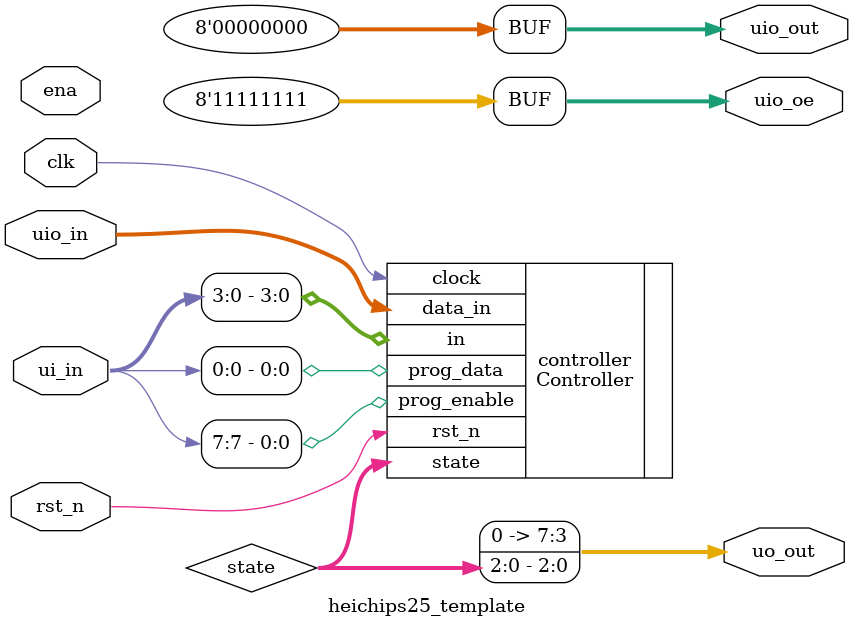
<source format=sv>


`default_nettype none

module heichips25_template (
    input  wire [7:0] ui_in,    // Dedicated inputs
    output wire [7:0] uo_out,   // Dedicated outputs
    input  wire [7:0] uio_in,   // IOs: Input path
    output wire [7:0] uio_out,  // IOs: Output path
    output wire [7:0] uio_oe,   // IOs: Enable path (active high: 0=input, 1=output)
    input  wire       ena,      // always 1 when the design is powered, so you can ignore it
    input  wire       clk,      // clock
    input  wire       rst_n     // reset_n - low to reset
);

    localparam STATE_COUNT = 8;
    localparam STATE_WIDTH = $clog2(STATE_COUNT);

    wire [STATE_WIDTH - 1:0] state;

    Controller #(
        .STATE_COUNT(STATE_COUNT)
    ) controller (
        .clock(clk),
        .rst_n(rst_n),
        .prog_enable(ui_in[7]),
        .prog_data(ui_in[0]),
        .in(ui_in[3:0]),
        .data_in(uio_in[7:0]),
        .state(state)
    );

    assign uo_out = { {(8-STATE_WIDTH){1'b0}}, state };

    assign uio_oe = '1;
    assign uio_out = 0;
    wire _unused = &{ena, uio_in[7:0], ui_in[6:1]};
endmodule

</source>
